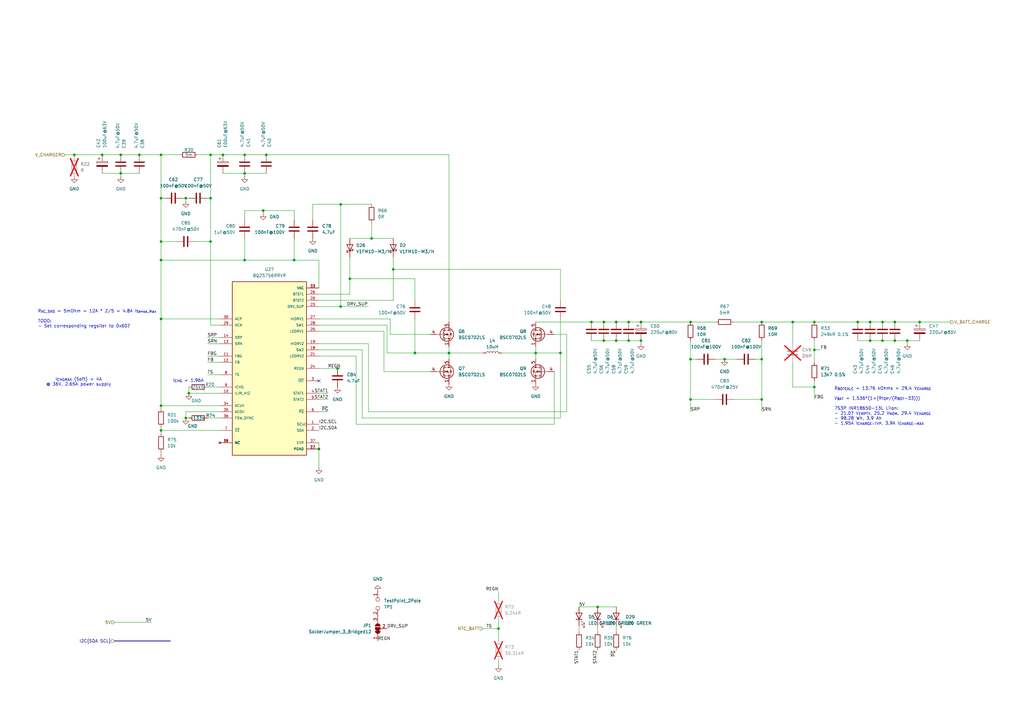
<source format=kicad_sch>
(kicad_sch (version 20250114) (generator "eeschema") (generator_version "9.0")
  (paper "A3")
  (title_block (title "OpenMower SABO Mainboard for Series I & II") (date "2025-02-26") (rev "v0.1") (company "Apeheanger <joerg@ebeling.ws> for OpenMower") (comment 1 "This design is licensed under CC BY-NC 4.0"))
  (lib_symbols
    (symbol "Connector:TestPoint_2Pole" (pin_names (offset 0.762) (hide yes))
      (property "Reference" "TP" (at 0 1.524 0))
      (property "Value" "TestPoint_2Pole" (at 0 -1.778 0))
      (symbol "TestPoint_2Pole_0_1"
        (circle (center -1.778 0) (radius 0.762))
        (circle (center 1.778 0) (radius 0.762))
        (pin passive line (at -5.08 0 0) (length 2.54) (name "1") (number "1"))
        (pin passive line (at 5.08 0 180) (length 2.54) (name "2") (number "2"))
      )
    )
    (symbol "Device:C" (pin_numbers (hide yes)) (pin_names (offset 0.254))
      (property "Reference" "C" (at 0.635 2.54 0))
      (property "Value" "C" (at 0.635 -2.54 0))
      (symbol "C_0_1"
        (polyline (pts (xy -2.032 0.762) (xy 2.032 0.762)) (stroke (width 0.508)))
        (polyline (pts (xy -2.032 -0.762) (xy 2.032 -0.762)) (stroke (width 0.508)))
      )
      (symbol "C_1_1"
        (pin passive line (at 0 3.81 270) (length 2.794) (name "~") (number "1"))
        (pin passive line (at 0 -3.81 90) (length 2.794) (name "~") (number "2"))
      )
    )
    (symbol "Device:C_Polarized" (pin_numbers (hide yes)) (pin_names (offset 0.254))
      (property "Reference" "C" (at 0.635 2.54 0))
      (property "Value" "C_Polarized" (at 0.635 -2.54 0))
      (symbol "C_Polarized_0_1"
        (rectangle (start -2.286 0.508) (end 2.286 1.016))
        (polyline (pts (xy -1.778 2.286) (xy -0.762 2.286)))
        (polyline (pts (xy -1.27 2.794) (xy -1.27 1.778)))
        (rectangle (start 2.286 -0.508) (end -2.286 -1.016) (fill (type outline)))
      )
      (symbol "C_Polarized_1_1"
        (pin passive line (at 0 3.81 270) (length 2.794) (name "~") (number "1"))
        (pin passive line (at 0 -3.81 90) (length 2.794) (name "~") (number "2"))
      )
    )
    (symbol "Device:D_Schottky" (pin_numbers (hide yes)) (pin_names (offset 1.016) (hide yes))
      (property "Reference" "D" (at 0 2.54 0))
      (property "Value" "D_Schottky" (at 0 -2.54 0))
      (symbol "D_Schottky_0_1"
        (polyline (pts (xy -1.905 0.635) (xy -1.905 1.27) (xy -1.27 1.27) (xy -1.27 -1.27) (xy -0.635 -1.27) (xy -0.635 -0.635)) (stroke (width 0.254)))
        (polyline (pts (xy 1.27 1.27) (xy 1.27 -1.27) (xy -1.27 0) (xy 1.27 1.27)) (stroke (width 0.254)))
        (polyline (pts (xy 1.27 0) (xy -1.27 0)))
      )
      (symbol "D_Schottky_1_1"
        (pin passive line (at -3.81 0 0) (length 2.54) (name "K") (number "1"))
        (pin passive line (at 3.81 0 180) (length 2.54) (name "A") (number "2"))
      )
    )
    (symbol "Device:L" (pin_numbers (hide yes)) (pin_names (offset 1.016) (hide yes))
      (property "Reference" "L" (at -1.27 0 90))
      (property "Value" "L" (at 1.905 0 90))
      (symbol "L_0_1"
        (arc (start 0 2.54) (mid 0.6323 1.905) (end 0 1.27))
        (arc (start 0 1.27) (mid 0.6323 0.635) (end 0 0))
        (arc (start 0 0) (mid 0.6323 -0.635) (end 0 -1.27))
        (arc (start 0 -1.27) (mid 0.6323 -1.905) (end 0 -2.54))
      )
      (symbol "L_1_1"
        (pin passive line (at 0 3.81 270) (length 1.27) (name "1") (number "1"))
        (pin passive line (at 0 -3.81 90) (length 1.27) (name "2") (number "2"))
      )
    )
    (symbol "Device:LED" (pin_numbers (hide yes)) (pin_names (offset 1.016) (hide yes))
      (property "Reference" "D" (at 0 2.54 0))
      (property "Value" "LED" (at 0 -2.54 0))
      (symbol "LED_0_1"
        (polyline (pts (xy -3.048 -0.762) (xy -4.572 -2.286) (xy -3.81 -2.286) (xy -4.572 -2.286) (xy -4.572 -1.524)))
        (polyline (pts (xy -1.778 -0.762) (xy -3.302 -2.286) (xy -2.54 -2.286) (xy -3.302 -2.286) (xy -3.302 -1.524)))
        (polyline (pts (xy -1.27 0) (xy 1.27 0)))
        (polyline (pts (xy -1.27 -1.27) (xy -1.27 1.27)) (stroke (width 0.254)))
        (polyline (pts (xy 1.27 -1.27) (xy 1.27 1.27) (xy -1.27 0) (xy 1.27 -1.27)) (stroke (width 0.254)))
      )
      (symbol "LED_1_1"
        (pin passive line (at -3.81 0 0) (length 2.54) (name "K") (number "1"))
        (pin passive line (at 3.81 0 180) (length 2.54) (name "A") (number "2"))
      )
    )
    (symbol "Device:R" (pin_numbers (hide yes)) (pin_names (offset 0))
      (property "Reference" "R" (at 2.032 0 90))
      (property "Value" "R" (at 0 0 90))
      (symbol "R_0_1"
        (rectangle (start -1.016 -2.54) (end 1.016 2.54) (stroke (width 0.254)))
      )
      (symbol "R_1_1"
        (pin passive line (at 0 3.81 270) (length 1.27) (name "~") (number "1"))
        (pin passive line (at 0 -3.81 90) (length 1.27) (name "~") (number "2"))
      )
    )
    (symbol "Jumper:SolderJumper_3_Bridged12" (pin_names (offset 0) (hide yes)) (exclude_from_sim yes) (in_bom no)
      (property "Reference" "JP" (at -2.54 -2.54 0))
      (property "Value" "SolderJumper_3_Bridged12" (at 0 2.794 0))
      (symbol "SolderJumper_3_Bridged12_0_1"
        (polyline (pts (xy -2.54 0) (xy -2.032 0)))
        (polyline (pts (xy -1.016 1.016) (xy -1.016 -1.016)))
        (rectangle (start -1.016 0.508) (end -0.508 -0.508) (fill (type outline)))
        (arc (start -1.016 -1.016) (mid -2.0276 0) (end -1.016 1.016))
        (arc (start -1.016 -1.016) (mid -2.0276 0) (end -1.016 1.016) (fill (type outline)))
        (rectangle (start -0.508 1.016) (end 0.508 -1.016) (fill (type outline)))
        (polyline (pts (xy 0 -1.27) (xy 0 -1.016)))
        (arc (start 1.016 1.016) (mid 2.0276 0) (end 1.016 -1.016))
        (arc (start 1.016 1.016) (mid 2.0276 0) (end 1.016 -1.016) (fill (type outline)))
        (polyline (pts (xy 1.016 1.016) (xy 1.016 -1.016)))
        (polyline (pts (xy 2.54 0) (xy 2.032 0)))
      )
      (symbol "SolderJumper_3_Bridged12_1_1"
        (pin passive line (at -5.08 0 0) (length 2.54) (name "A") (number "1"))
        (pin passive line (at 0 -3.81 90) (length 2.54) (name "C") (number "2"))
        (pin passive line (at 5.08 0 180) (length 2.54) (name "B") (number "3"))
      )
    )
    (symbol "LED_1" (pin_numbers (hide yes)) (pin_names (offset 1.016) (hide yes))
      (property "Reference" "D" (at 0 2.54 0))
      (property "Value" "LED" (at 0 -2.54 0))
      (symbol "LED_1_0_1"
        (polyline (pts (xy -3.048 -0.762) (xy -4.572 -2.286) (xy -3.81 -2.286) (xy -4.572 -2.286) (xy -4.572 -1.524)))
        (polyline (pts (xy -1.778 -0.762) (xy -3.302 -2.286) (xy -2.54 -2.286) (xy -3.302 -2.286) (xy -3.302 -1.524)))
        (polyline (pts (xy -1.27 0) (xy 1.27 0)))
        (polyline (pts (xy -1.27 -1.27) (xy -1.27 1.27)) (stroke (width 0.254)))
        (polyline (pts (xy 1.27 -1.27) (xy 1.27 1.27) (xy -1.27 0) (xy 1.27 -1.27)) (stroke (width 0.254)))
      )
      (symbol "LED_1_1_1"
        (pin passive line (at -3.81 0 0) (length 2.54) (name "K") (number "1"))
        (pin passive line (at 3.81 0 180) (length 2.54) (name "A") (number "2"))
      )
    )
    (symbol "Transistor_FET:BSC070N10NS3G" (pin_names (hide yes))
      (property "Reference" "Q" (at 5.08 1.905 0))
      (property "Value" "BSC070N10NS3G" (at 5.08 0 0))
      (symbol "BSC070N10NS3G_0_1"
        (polyline (pts (xy 0.254 1.905) (xy 0.254 -1.905)) (stroke (width 0.254)))
        (polyline (pts (xy 0.254 0) (xy -2.54 0)))
        (polyline (pts (xy 0.762 2.286) (xy 0.762 1.27)) (stroke (width 0.254)))
        (polyline (pts (xy 0.762 0.508) (xy 0.762 -0.508)) (stroke (width 0.254)))
        (polyline (pts (xy 0.762 -1.27) (xy 0.762 -2.286)) (stroke (width 0.254)))
        (polyline (pts (xy 0.762 -1.778) (xy 3.302 -1.778) (xy 3.302 1.778) (xy 0.762 1.778)))
        (polyline (pts (xy 1.016 0) (xy 2.032 0.381) (xy 2.032 -0.381) (xy 1.016 0)) (fill (type outline)))
        (circle (center 1.651 0) (radius 2.794) (stroke (width 0.254)))
        (polyline (pts (xy 2.54 2.54) (xy 2.54 1.778)))
        (circle (center 2.54 1.778) (radius 0.254) (fill (type outline)))
        (circle (center 2.54 -1.778) (radius 0.254) (fill (type outline)))
        (polyline (pts (xy 2.54 -2.54) (xy 2.54 0) (xy 0.762 0)))
        (polyline (pts (xy 2.794 0.508) (xy 2.921 0.381) (xy 3.683 0.381) (xy 3.81 0.254)))
        (polyline (pts (xy 3.302 0.381) (xy 2.921 -0.254) (xy 3.683 -0.254) (xy 3.302 0.381)))
      )
      (symbol "BSC070N10NS3G_1_1"
        (pin passive line (at -5.08 0 0) (length 2.54) (name "G") (number "4"))
        (pin passive line (at 2.54 5.08 270) (length 2.54) (name "D") (number "5"))
        (pin passive line (at 2.54 -5.08 90) (length 2.54) (name "S") (number "1"))
        (pin passive line (at 2.54 -5.08 90) (length 2.54) (hide yes) (name "S") (number "2"))
        (pin passive line (at 2.54 -5.08 90) (length 2.54) (hide yes) (name "S") (number "3"))
      )
    )
    (symbol "local_CHARGER:BQ25756RRVR" (pin_names (offset 1.016))
      (property "Reference" "U" (at -15.24 36.322 0))
      (property "Value" "BQ25756RRVR" (at -15.24 -38.1 0))
      (symbol "BQ25756RRVR_0_0"
        (rectangle (start -15.24 -35.56) (end 15.24 35.56) (stroke (width 0.254)) (fill (type background)))
        (pin input line (at -20.32 20.32 0) (length 5.08) (name "ACP") (number "30"))
        (pin input line (at -20.32 17.78 0) (length 5.08) (name "ACN") (number "29"))
        (pin input line (at -20.32 12.7 0) (length 5.08) (name "SRP") (number "14"))
        (pin input line (at -20.32 10.16 0) (length 5.08) (name "SRN") (number "13"))
        (pin input line (at -20.32 5.08 0) (length 5.08) (name "FBG") (number "11"))
        (pin input line (at -20.32 2.54 0) (length 5.08) (name "FB") (number "12"))
        (pin input line (at -20.32 -2.54 0) (length 5.08) (name "TS") (number "8"))
        (pin input line (at -20.32 -7.62 0) (length 5.08) (name "ICHG") (number "9"))
        (pin input line (at -20.32 -10.16 0) (length 5.08) (name "ILIM_HIZ") (number "10"))
        (pin input line (at -20.32 -15.24 0) (length 5.08) (name "ACUV") (number "34"))
        (pin input line (at -20.32 -17.78 0) (length 5.08) (name "ACOV") (number "35"))
        (pin input line (at -20.32 -20.32 0) (length 5.08) (name "FSW_SYNC") (number "36"))
        (pin bidirectional line (at -20.32 -25.4 0) (length 5.08) (name "~{CE}") (number "7"))
        (pin no_connect line (at -20.32 -30.48 0) (length 5.08) (name "NC") (number "15"))
        (pin no_connect line (at -20.32 -30.48 0) (length 5.08) (name "NC") (number "16"))
        (pin no_connect line (at -20.32 -30.48 0) (length 5.08) (name "NC") (number "31"))
        (pin power_in line (at 20.32 33.02 180) (length 5.08) (name "VAC") (number "32"))
        (pin power_in line (at 20.32 33.02 180) (length 5.08) (name "VAC") (number "33"))
        (pin power_in line (at 20.32 30.48 180) (length 5.08) (name "BTST1") (number "26"))
        (pin power_in line (at 20.32 27.94 180) (length 5.08) (name "BTST2") (number "20"))
        (pin power_in line (at 20.32 25.4 180) (length 5.08) (name "DRV_SUP") (number "23"))
        (pin output line (at 20.32 20.32 180) (length 5.08) (name "HIDRV1") (number "27"))
        (pin output line (at 20.32 17.78 180) (length 5.08) (name "SW1") (number "28"))
        (pin output line (at 20.32 15.24 180) (length 5.08) (name "LODRV1") (number "25"))
        (pin output line (at 20.32 10.16 180) (length 5.08) (name "HIDRV2") (number "19"))
        (pin output line (at 20.32 7.62 180) (length 5.08) (name "SW2") (number "18"))
        (pin output line (at 20.32 5.08 180) (length 5.08) (name "LODRV2") (number "21"))
        (pin output line (at 20.32 0 180) (length 5.08) (name "REGN") (number "24"))
        (pin output line (at 20.32 -5.08 180) (length 5.08) (name "~{INT}") (number "3"))
        (pin output line (at 20.32 -10.16 180) (length 5.08) (name "STAT1") (number "4"))
        (pin output line (at 20.32 -12.7 180) (length 5.08) (name "STAT2") (number "5"))
        (pin output line (at 20.32 -17.78 180) (length 5.08) (name "~{PG}") (number "6"))
        (pin input clock (at 20.32 -22.86 180) (length 5.08) (name "SCL") (number "1"))
        (pin bidirectional line (at 20.32 -25.4 180) (length 5.08) (name "SDA") (number "2"))
        (pin power_in line (at 20.32 -30.48 180) (length 5.08) (name "EXP") (number "37"))
        (pin power_in line (at 20.32 -33.02 180) (length 5.08) (name "PGND") (number "17"))
        (pin power_in line (at 20.32 -33.02 180) (length 5.08) (name "PGND") (number "22"))
      )
    )
    (symbol "power:GND" (power) (pin_numbers (hide yes)) (pin_names (offset 0) (hide yes))
      (property "Value" "GND" (at 0 -3.81 0))
      (symbol "GND_0_1"
        (polyline (pts (xy 0 0) (xy 0 -1.27) (xy 1.27 -1.27) (xy 0 -2.54) (xy -1.27 -1.27) (xy 0 -1.27)))
      )
      (symbol "GND_1_1"
        (pin power_in line (at 0 0 270) (length 0) (name "~") (number "1"))
      )
    )
  )
  (text "I_{CHG}_{MAX} (Soft) = 4A\n@ 36V, 2.65A power supply" (at 32.258 156.718 0) (effects (font (size 1.27 1.27))))
  (text "I_{CHG} = 1.96A" (at 77.216 156.21 0) (effects (font (size 1.27 1.27))))
  (text "R_{BOTCALC} = 13.76 kOhms = 29.4 V_{CHARGE}\n\nV_{BAT} = 1,536*(1+(R_{TOP}/(R_{BOT}-33)))\n\n7S3P INR18650-13L LiIon:\n- 21.0? V_{EMPTY}, 25.2 V_{NOM}, 29.4 V_{CHARGE}\n- 98.28 Wh, 3.9 Ah\n- 1.95A I_{CHARGE-TYP}, 3.9A I_{CHARGE-MAX}" (at 342.138 166.624 0) (effects (font (size 1.27 1.27)) (justify left)))
  (text "R_{AC_SNS} = 5mOhm = 12A * 2/5 = 4.8A I_{Sense_Max}\n\nTODO:\n- Set corresponding regsiter to 0x60?" (at 15.494 130.81 0) (effects (font (size 1.27 1.27)) (justify left)))
  (junction (at 257.81 139.7))
  (junction (at 356.87 132.08))
  (junction (at 77.47 161.29))
  (junction (at 109.22 63.5))
  (junction (at 86.36 63.5))
  (junction (at 247.65 132.08))
  (junction (at 100.33 63.5))
  (junction (at 361.95 132.08))
  (junction (at 283.21 132.08))
  (junction (at 152.4 97.79))
  (junction (at 49.53 71.12))
  (junction (at 247.65 139.7))
  (junction (at 107.95 86.36))
  (junction (at 161.29 110.49))
  (junction (at 138.43 151.13))
  (junction (at 204.47 257.81))
  (junction (at 139.7 125.73))
  (junction (at 297.18 147.32))
  (junction (at 351.79 132.08))
  (junction (at 120.65 106.68))
  (junction (at 361.95 139.7))
  (junction (at 66.04 130.81))
  (junction (at 49.53 63.5))
  (junction (at 66.04 106.68))
  (junction (at 86.36 99.06))
  (junction (at 252.73 132.08))
  (junction (at 257.81 132.08))
  (junction (at 334.01 143.51))
  (junction (at 245.11 248.92))
  (junction (at 91.44 63.5))
  (junction (at 130.81 184.15))
  (junction (at 367.03 132.08))
  (junction (at 100.33 71.12))
  (junction (at 334.01 132.08))
  (junction (at 30.48 63.5))
  (junction (at 312.42 147.32))
  (junction (at 143.51 114.3))
  (junction (at 41.91 63.5))
  (junction (at 76.2 81.28))
  (junction (at 252.73 139.7))
  (junction (at 372.11 139.7))
  (junction (at 66.04 63.5))
  (junction (at 170.18 144.78))
  (junction (at 356.87 139.7))
  (junction (at 377.19 132.08))
  (junction (at 229.87 144.78))
  (junction (at 312.42 163.83))
  (junction (at 66.04 81.28))
  (junction (at 184.15 144.78))
  (junction (at 334.01 158.75))
  (junction (at 312.42 132.08))
  (junction (at 219.71 144.78))
  (junction (at 262.89 139.7))
  (junction (at 100.33 106.68))
  (junction (at 325.12 132.08))
  (junction (at 76.2 171.45))
  (junction (at 139.7 83.82))
  (junction (at 66.04 166.37))
  (junction (at 57.15 63.5))
  (junction (at 283.21 163.83))
  (junction (at 242.57 132.08))
  (junction (at 262.89 132.08))
  (junction (at 86.36 81.28))
  (junction (at 66.04 176.53))
  (junction (at 66.04 99.06))
  (junction (at 283.21 147.32))
  (junction (at 367.03 139.7))
  (no_connect (at 130.81 156.21))
  (wire (pts (xy 334.01 143.51) (xy 334.01 148.59)))
  (wire (pts (xy 242.57 132.08) (xy 247.65 132.08)))
  (wire (pts (xy 312.42 147.32) (xy 312.42 139.7)))
  (wire (pts (xy 91.44 63.5) (xy 100.33 63.5)))
  (wire (pts (xy 30.48 63.5) (xy 30.48 64.77)))
  (wire (pts (xy 232.41 168.91) (xy 232.41 137.16)))
  (wire (pts (xy 130.81 168.91) (xy 134.62 168.91)))
  (wire (pts (xy 143.51 97.79) (xy 152.4 97.79)))
  (wire (pts (xy 229.87 171.45) (xy 229.87 144.78)))
  (wire (pts (xy 130.81 106.68) (xy 130.81 118.11)))
  (wire (pts (xy 107.95 86.36) (xy 120.65 86.36)))
  (wire (pts (xy 356.87 139.7) (xy 361.95 139.7)))
  (wire (pts (xy 66.04 81.28) (xy 66.04 99.06)))
  (wire (pts (xy 66.04 99.06) (xy 72.39 99.06)))
  (wire (pts (xy 300.99 163.83) (xy 312.42 163.83)))
  (wire (pts (xy 227.33 152.4) (xy 227.33 173.99)))
  (wire (pts (xy 252.73 132.08) (xy 257.81 132.08)))
  (wire (pts (xy 146.05 146.05) (xy 130.81 146.05)))
  (wire (pts (xy 204.47 257.81) (xy 204.47 262.89)))
  (wire (pts (xy 229.87 144.78) (xy 219.71 144.78)))
  (wire (pts (xy 100.33 72.39) (xy 100.33 71.12)))
  (wire (pts (xy 66.04 176.53) (xy 90.17 176.53)))
  (wire (pts (xy 325.12 132.08) (xy 325.12 140.97)))
  (wire (pts (xy 107.95 86.36) (xy 107.95 87.63)))
  (wire (pts (xy 85.09 153.67) (xy 90.17 153.67)))
  (wire (pts (xy 66.04 63.5) (xy 73.66 63.5)))
  (wire (pts (xy 80.01 99.06) (xy 86.36 99.06)))
  (wire (pts (xy 26.67 63.5) (xy 30.48 63.5)))
  (wire (pts (xy 372.11 139.7) (xy 377.19 139.7)))
  (wire (pts (xy 49.53 71.12) (xy 57.15 71.12)))
  (wire (pts (xy 76.2 168.91) (xy 76.2 171.45)))
  (wire (pts (xy 130.81 130.81) (xy 160.02 130.81)))
  (bus (pts (xy 46.99 262.89) (xy 69.85 262.89)))
  (wire (pts (xy 100.33 86.36) (xy 107.95 86.36)))
  (wire (pts (xy 229.87 123.19) (xy 229.87 110.49)))
  (wire (pts (xy 184.15 144.78) (xy 184.15 147.32)))
  (wire (pts (xy 237.49 256.54) (xy 237.49 259.08)))
  (wire (pts (xy 293.37 163.83) (xy 283.21 163.83)))
  (wire (pts (xy 170.18 114.3) (xy 143.51 114.3)))
  (wire (pts (xy 157.48 135.89) (xy 157.48 152.4)))
  (wire (pts (xy 205.74 144.78) (xy 219.71 144.78)))
  (wire (pts (xy 204.47 242.57) (xy 204.47 246.38)))
  (wire (pts (xy 334.01 156.21) (xy 334.01 158.75)))
  (wire (pts (xy 170.18 144.78) (xy 184.15 144.78)))
  (wire (pts (xy 283.21 163.83) (xy 283.21 147.32)))
  (wire (pts (xy 130.81 133.35) (xy 158.75 133.35)))
  (wire (pts (xy 130.81 163.83) (xy 134.62 163.83)))
  (wire (pts (xy 336.55 143.51) (xy 334.01 143.51)))
  (wire (pts (xy 157.48 152.4) (xy 176.53 152.4)))
  (wire (pts (xy 229.87 110.49) (xy 161.29 110.49)))
  (wire (pts (xy 85.09 140.97) (xy 90.17 140.97)))
  (wire (pts (xy 130.81 161.29) (xy 134.62 161.29)))
  (wire (pts (xy 334.01 139.7) (xy 334.01 143.51)))
  (wire (pts (xy 86.36 133.35) (xy 86.36 99.06)))
  (wire (pts (xy 198.12 257.81) (xy 204.47 257.81)))
  (wire (pts (xy 74.93 81.28) (xy 76.2 81.28)))
  (wire (pts (xy 91.44 71.12) (xy 100.33 71.12)))
  (wire (pts (xy 300.99 132.08) (xy 312.42 132.08)))
  (wire (pts (xy 351.79 139.7) (xy 356.87 139.7)))
  (wire (pts (xy 86.36 63.5) (xy 91.44 63.5)))
  (wire (pts (xy 100.33 106.68) (xy 120.65 106.68)))
  (wire (pts (xy 66.04 106.68) (xy 66.04 130.81)))
  (wire (pts (xy 158.75 133.35) (xy 158.75 144.78)))
  (wire (pts (xy 204.47 273.05) (xy 204.47 270.51)))
  (wire (pts (xy 158.75 144.78) (xy 170.18 144.78)))
  (wire (pts (xy 76.2 171.45) (xy 77.47 171.45)))
  (wire (pts (xy 62.23 255.27) (xy 46.99 255.27)))
  (wire (pts (xy 86.36 99.06) (xy 86.36 81.28)))
  (wire (pts (xy 128.27 83.82) (xy 139.7 83.82)))
  (wire (pts (xy 245.11 256.54) (xy 245.11 259.08)))
  (wire (pts (xy 367.03 132.08) (xy 377.19 132.08)))
  (wire (pts (xy 100.33 63.5) (xy 109.22 63.5)))
  (wire (pts (xy 66.04 81.28) (xy 67.31 81.28)))
  (wire (pts (xy 100.33 97.79) (xy 100.33 106.68)))
  (wire (pts (xy 139.7 125.73) (xy 151.13 125.73)))
  (wire (pts (xy 130.81 143.51) (xy 148.59 143.51)))
  (wire (pts (xy 219.71 132.08) (xy 242.57 132.08)))
  (wire (pts (xy 66.04 99.06) (xy 66.04 106.68)))
  (wire (pts (xy 120.65 86.36) (xy 120.65 90.17)))
  (wire (pts (xy 130.81 184.15) (xy 130.81 191.77)))
  (wire (pts (xy 152.4 91.44) (xy 152.4 97.79)))
  (wire (pts (xy 143.51 120.65) (xy 130.81 120.65)))
  (wire (pts (xy 257.81 139.7) (xy 262.89 139.7)))
  (wire (pts (xy 128.27 90.17) (xy 128.27 83.82)))
  (wire (pts (xy 66.04 63.5) (xy 66.04 81.28)))
  (wire (pts (xy 237.49 248.92) (xy 245.11 248.92)))
  (wire (pts (xy 90.17 133.35) (xy 86.36 133.35)))
  (wire (pts (xy 139.7 125.73) (xy 139.7 83.82)))
  (wire (pts (xy 143.51 114.3) (xy 143.51 120.65)))
  (wire (pts (xy 227.33 173.99) (xy 146.05 173.99)))
  (wire (pts (xy 143.51 105.41) (xy 143.51 114.3)))
  (wire (pts (xy 66.04 167.64) (xy 66.04 166.37)))
  (wire (pts (xy 252.73 139.7) (xy 257.81 139.7)))
  (wire (pts (xy 85.09 146.05) (xy 90.17 146.05)))
  (wire (pts (xy 247.65 139.7) (xy 252.73 139.7)))
  (wire (pts (xy 85.09 81.28) (xy 86.36 81.28)))
  (wire (pts (xy 283.21 132.08) (xy 293.37 132.08)))
  (wire (pts (xy 66.04 130.81) (xy 90.17 130.81)))
  (wire (pts (xy 257.81 132.08) (xy 262.89 132.08)))
  (wire (pts (xy 312.42 132.08) (xy 325.12 132.08)))
  (wire (pts (xy 325.12 132.08) (xy 334.01 132.08)))
  (wire (pts (xy 252.73 256.54) (xy 252.73 259.08)))
  (wire (pts (xy 312.42 163.83) (xy 312.42 168.91)))
  (wire (pts (xy 77.47 161.29) (xy 90.17 161.29)))
  (wire (pts (xy 100.33 71.12) (xy 109.22 71.12)))
  (wire (pts (xy 361.95 139.7) (xy 367.03 139.7)))
  (wire (pts (xy 219.71 142.24) (xy 219.71 144.78)))
  (wire (pts (xy 109.22 63.5) (xy 184.15 63.5)))
  (wire (pts (xy 160.02 137.16) (xy 176.53 137.16)))
  (wire (pts (xy 262.89 139.7) (xy 262.89 140.97)))
  (wire (pts (xy 120.65 106.68) (xy 120.65 97.79)))
  (wire (pts (xy 219.71 144.78) (xy 219.71 147.32)))
  (wire (pts (xy 130.81 106.68) (xy 120.65 106.68)))
  (wire (pts (xy 309.88 147.32) (xy 312.42 147.32)))
  (wire (pts (xy 30.48 63.5) (xy 41.91 63.5)))
  (wire (pts (xy 325.12 158.75) (xy 334.01 158.75)))
  (wire (pts (xy 138.43 151.13) (xy 139.7 151.13)))
  (wire (pts (xy 377.19 132.08) (xy 389.89 132.08)))
  (wire (pts (xy 170.18 130.81) (xy 170.18 144.78)))
  (wire (pts (xy 49.53 63.5) (xy 57.15 63.5)))
  (wire (pts (xy 161.29 110.49) (xy 161.29 105.41)))
  (wire (pts (xy 76.2 81.28) (xy 76.2 82.55)))
  (wire (pts (xy 41.91 71.12) (xy 49.53 71.12)))
  (wire (pts (xy 184.15 132.08) (xy 184.15 63.5)))
  (wire (pts (xy 86.36 81.28) (xy 86.36 63.5)))
  (wire (pts (xy 325.12 148.59) (xy 325.12 158.75)))
  (wire (pts (xy 356.87 132.08) (xy 361.95 132.08)))
  (wire (pts (xy 130.81 181.61) (xy 130.81 184.15)))
  (wire (pts (xy 57.15 63.5) (xy 66.04 63.5)))
  (wire (pts (xy 130.81 140.97) (xy 151.13 140.97)))
  (wire (pts (xy 170.18 123.19) (xy 170.18 114.3)))
  (wire (pts (xy 151.13 140.97) (xy 151.13 168.91)))
  (wire (pts (xy 247.65 132.08) (xy 252.73 132.08)))
  (wire (pts (xy 130.81 123.19) (xy 161.29 123.19)))
  (wire (pts (xy 66.04 175.26) (xy 66.04 176.53)))
  (wire (pts (xy 245.11 248.92) (xy 252.73 248.92)))
  (wire (pts (xy 184.15 144.78) (xy 198.12 144.78)))
  (wire (pts (xy 184.15 142.24) (xy 184.15 144.78)))
  (wire (pts (xy 66.04 166.37) (xy 90.17 166.37)))
  (wire (pts (xy 160.02 130.81) (xy 160.02 137.16)))
  (wire (pts (xy 367.03 139.7) (xy 372.11 139.7)))
  (wire (pts (xy 130.81 125.73) (xy 139.7 125.73)))
  (wire (pts (xy 361.95 132.08) (xy 367.03 132.08)))
  (wire (pts (xy 90.17 168.91) (xy 76.2 168.91)))
  (wire (pts (xy 66.04 106.68) (xy 100.33 106.68)))
  (wire (pts (xy 66.04 130.81) (xy 66.04 166.37)))
  (wire (pts (xy 242.57 139.7) (xy 247.65 139.7)))
  (wire (pts (xy 85.09 171.45) (xy 90.17 171.45)))
  (wire (pts (xy 161.29 123.19) (xy 161.29 110.49)))
  (wire (pts (xy 130.81 135.89) (xy 157.48 135.89)))
  (wire (pts (xy 204.47 254) (xy 204.47 257.81)))
  (wire (pts (xy 148.59 143.51) (xy 148.59 171.45)))
  (wire (pts (xy 152.4 97.79) (xy 161.29 97.79)))
  (wire (pts (xy 148.59 171.45) (xy 229.87 171.45)))
  (wire (pts (xy 151.13 168.91) (xy 232.41 168.91)))
  (wire (pts (xy 66.04 176.53) (xy 66.04 177.8)))
  (wire (pts (xy 334.01 132.08) (xy 351.79 132.08)))
  (wire (pts (xy 41.91 63.5) (xy 49.53 63.5)))
  (wire (pts (xy 85.09 158.75) (xy 90.17 158.75)))
  (wire (pts (xy 297.18 147.32) (xy 293.37 147.32)))
  (wire (pts (xy 85.09 138.43) (xy 90.17 138.43)))
  (wire (pts (xy 85.09 148.59) (xy 90.17 148.59)))
  (wire (pts (xy 130.81 151.13) (xy 138.43 151.13)))
  (wire (pts (xy 312.42 163.83) (xy 312.42 147.32)))
  (wire (pts (xy 334.01 158.75) (xy 334.01 163.83)))
  (wire (pts (xy 232.41 137.16) (xy 227.33 137.16)))
  (wire (pts (xy 372.11 139.7) (xy 372.11 140.97)))
  (wire (pts (xy 77.47 161.29) (xy 77.47 158.75)))
  (wire (pts (xy 139.7 83.82) (xy 152.4 83.82)))
  (wire (pts (xy 146.05 173.99) (xy 146.05 146.05)))
  (wire (pts (xy 76.2 81.28) (xy 77.47 81.28)))
  (wire (pts (xy 66.04 185.42) (xy 66.04 186.69)))
  (wire (pts (xy 262.89 132.08) (xy 283.21 132.08)))
  (wire (pts (xy 81.28 63.5) (xy 86.36 63.5)))
  (wire (pts (xy 285.75 147.32) (xy 283.21 147.32)))
  (wire (pts (xy 229.87 130.81) (xy 229.87 144.78)))
  (wire (pts (xy 100.33 90.17) (xy 100.33 86.36)))
  (wire (pts (xy 302.26 147.32) (xy 297.18 147.32)))
  (wire (pts (xy 351.79 132.08) (xy 356.87 132.08)))
  (wire (pts (xy 283.21 163.83) (xy 283.21 168.91)))
  (wire (pts (xy 49.53 71.12) (xy 49.53 72.39)))
  (wire (pts (xy 283.21 147.32) (xy 283.21 139.7)))
  (label "TS" (at 85.09 153.67 0))
  (label "REGN" (at 154.94 262.89 0))
  (label "SRP" (at 85.09 138.43 0))
  (label "STAT1" (at 134.62 161.29 180))
  (label "5V" (at 62.23 255.27 180))
  (label "REGN" (at 139.7 151.13 180))
  (label "FB" (at 85.09 148.59 0))
  (label "SRP" (at 283.21 168.91 0))
  (label "DRV_SUP" (at 142.24 125.73 0))
  (label "TS" (at 199.39 257.81 0))
  (label "5V" (at 237.49 248.92 0))
  (label "I2C.SDA" (at 130.81 176.53 0))
  (label "SRN" (at 85.09 140.97 0))
  (label "STAT2" (at 134.62 163.83 180))
  (label "~{PG}" (at 252.73 266.7 270))
  (label "STAT2" (at 245.11 266.7 270))
  (label "~{PG}" (at 134.62 168.91 180))
  (label "FB" (at 336.55 143.51 0))
  (label "STAT1" (at 237.49 266.7 270))
  (label "I2C.SCL" (at 130.81 173.99 0))
  (label "DRV_SUP" (at 158.75 257.81 0))
  (label "FBG" (at 334.01 163.83 0))
  (label "REGN" (at 204.47 242.57 180))
  (label "FBG" (at 85.09 146.05 0))
  (label "SRN" (at 312.42 168.91 0))
  (hierarchical_label "5V" (shape input) (at 46.99 255.27 180))
  (hierarchical_label "V_BATT_CHARGE" (shape output) (at 389.89 132.08 0))
  (hierarchical_label "NTC_BATT" (shape input) (at 198.12 257.81 180))
  (hierarchical_label "I2C{SDA SCL}" (shape input) (at 46.99 262.89 180))
  (hierarchical_label "V_CHARGER" (shape input) (at 26.67 63.5 180))
  (symbol (lib_id "local_CHARGER:BQ25756RRVR") (at 110.49 151.13 0) (unit 1)
    (property "Reference" "U27" (at 110.49 110.49 0))
    (property "Value" "BQ25756RRVR" (at 110.49 113.03 0))
    (property "Footprint" "local_CHARGER:BQ25756RRVR" (effects (hide yes)))
    (property "Datasheet" "https://www.ti.com/lit/ds/symlink/bq25756.pdf" (effects (hide yes)))
    (property "MF" "Texas Instruments" (effects (hide yes)))
    (property "MP" "BQ25756RRVR" (effects (hide yes)))
    (property "JLC" "C19272232" (effects (hide yes)))
    (property "FT Rotation Offset" "-90" (effects (hide yes)))
  )
  (symbol (lib_id "Device:C") (at 289.56 147.32 270) (mirror x) (unit 1)
    (property "Reference" "C81" (at 289.56 139.7 90))
    (property "Value" "100nF@100V" (at 289.56 142.24 90))
    (property "Footprint" "Capacitor_SMD:C_0805_2012Metric" (effects (hide yes)))
    (property "Description" "Unpolarized capacitor" (effects (hide yes)))
    (property "JLC" "C28233" (effects (hide yes)))
  )
  (symbol (lib_id "Device:C") (at 297.18 163.83 90) (unit 1)
    (property "Reference" "C83" (at 297.18 156.21 90))
    (property "Value" "470nF@25V" (at 297.18 158.75 90))
    (property "Footprint" "Capacitor_SMD:C_0603_1608Metric" (effects (hide yes)))
    (property "Description" "Unpolarized capacitor" (effects (hide yes)))
    (property "JLC" "C1623" (effects (hide yes)))
  )
  (symbol (lib_id "Device:C") (at 356.87 135.89 0) (unit 1)
    (property "Reference" "C44" (at 355.854 153.416 90) (effects (justify left)))
    (property "Value" "4.7uF@50V" (at 358.394 153.416 90) (effects (justify left)))
    (property "Footprint" "Capacitor_SMD:C_1206_3216Metric" (effects (hide yes)))
    (property "Description" "Unpolarized capacitor" (effects (hide yes)))
    (property "JLC" "C29823" (effects (hide yes)))
  )
  (symbol (lib_id "Device:C") (at 306.07 147.32 270) (mirror x) (unit 1)
    (property "Reference" "C82" (at 306.07 139.7 90))
    (property "Value" "100nF@100V" (at 306.07 142.24 90))
    (property "Footprint" "Capacitor_SMD:C_0805_2012Metric" (effects (hide yes)))
    (property "Description" "Unpolarized capacitor" (effects (hide yes)))
    (property "JLC" "C28233" (effects (hide yes)))
  )
  (symbol (lib_id "Device:LED") (at 245.11 252.73 90) (unit 1)
    (property "Reference" "D6" (at 248.92 253.0474 90) (effects (justify right)))
    (property "Value" "LED GREEN" (at 248.92 255.5874 90) (effects (justify right)))
    (property "Footprint" "LED_SMD:LED_0805_2012Metric" (effects (hide yes)))
    (property "Description" "Light emitting diode" (effects (hide yes)))
    (property "JLC" "C2297" (effects (hide yes)))
    (property "Sim.Pins" "1=K 2=A" (effects (hide yes)))
  )
  (symbol (lib_name "LED_1") (lib_id "Device:LED") (at 252.73 252.73 90) (unit 1)
    (property "Reference" "D29" (at 256.54 253.0474 90) (effects (justify right)))
    (property "Value" "LED GREEN" (at 256.54 255.5874 90) (effects (justify right)))
    (property "Footprint" "LED_SMD:LED_0805_2012Metric" (effects (hide yes)))
    (property "Description" "Light emitting diode" (effects (hide yes)))
    (property "JLC" "C2297" (effects (hide yes)))
    (property "Sim.Pins" "1=K 2=A" (effects (hide yes)))
  )
  (symbol (lib_id "Device:C_Polarized") (at 262.89 135.89 0) (unit 1)
    (property "Reference" "C50" (at 266.7 133.7309 0) (effects (justify left)))
    (property "Value" "220uF@80V" (at 266.7 136.2709 0) (effects (justify left)))
    (property "Footprint" "Capacitor_THT:CP_Radial_D10.0mm_P5.00mm" (effects (hide yes)))
    (property "Description" "Polarized capacitor" (effects (hide yes)))
    (property "JLC" "C106516" (effects (hide yes)))
  )
  (symbol (lib_id "Device:R") (at 334.01 152.4 0) (unit 1)
    (property "Reference" "R71" (at 336.55 151.1299 0) (effects (justify left)))
    (property "Value" "13k7 0.5%" (at 336.55 153.6699 0) (effects (justify left)))
    (property "Footprint" "Resistor_SMD:R_0603_1608Metric" (effects (hide yes)))
    (property "Description" "100mW Thick Film Resistors 75V ±100ppm/℃ ±0.5% 13.7kΩ 0603 Chip Resistor" (effects (hide yes)))
    (property "PN" "0603WAD1372T5E" (effects (hide yes)))
    (property "JLC" "C407628" (effects (hide yes)))
  )
  (symbol (lib_id "power:GND") (at 76.2 171.45 0) (unit 1)
    (property "Reference" "#PWR0166" (effects (hide yes)))
    (property "Value" "GND" (at 78.994 174.752 0))
    (property "Description" "Power symbol creates a global label with name \"GND\" , ground" (effects (hide yes)))
  )
  (symbol (lib_id "power:GND") (at 204.47 273.05 0) (unit 1)
    (property "Reference" "#PWR0165" (effects (hide yes)))
    (property "Value" "GND" (at 204.47 278.13 0))
    (property "Description" "Power symbol creates a global label with name \"GND\" , ground" (effects (hide yes)))
  )
  (symbol (lib_id "Device:R") (at 252.73 262.89 0) (unit 1)
    (property "Reference" "R76" (at 255.27 261.6199 0) (effects (justify left)))
    (property "Value" "10k" (at 255.27 264.1599 0) (effects (justify left)))
    (property "Footprint" "Resistor_SMD:R_0402_1005Metric" (effects (hide yes)))
    (property "Description" "62.5mW Thick Film Resistors 50V ±100ppm/℃ ±1% 10kΩ 0402 Chip Resistor" (effects (hide yes)))
    (property "JLC" "C25744" (effects (hide yes)))
  )
  (symbol (lib_id "Device:C") (at 71.12 81.28 270) (mirror x) (unit 1)
    (property "Reference" "C62" (at 71.12 73.66 90))
    (property "Value" "100nF@50V" (at 71.12 76.2 90))
    (property "Footprint" "Capacitor_SMD:C_0603_1608Metric" (effects (hide yes)))
    (property "Description" "Unpolarized capacitor" (effects (hide yes)))
    (property "JLC" "C14663" (effects (hide yes)))
  )
  (symbol (lib_id "power:GND") (at 66.04 186.69 0) (unit 1)
    (property "Reference" "#PWR0167" (effects (hide yes)))
    (property "Value" "GND" (at 66.04 191.77 0))
    (property "Description" "Power symbol creates a global label with name \"GND\" , ground" (effects (hide yes)))
  )
  (symbol (lib_id "Device:LED") (at 237.49 252.73 90) (unit 1)
    (property "Reference" "D5" (at 241.3 253.0474 90) (effects (justify right)))
    (property "Value" "LED GREEN" (at 241.3 255.5874 90) (effects (justify right)))
    (property "Footprint" "LED_SMD:LED_0805_2012Metric" (effects (hide yes)))
    (property "Description" "Light emitting diode" (effects (hide yes)))
    (property "JLC" "C2297" (effects (hide yes)))
    (property "Sim.Pins" "1=K 2=A" (effects (hide yes)))
  )
  (symbol (lib_id "power:GND") (at 100.33 72.39 0) (unit 1)
    (property "Reference" "#PWR01" (effects (hide yes)))
    (property "Value" "GND" (at 100.33 77.47 0))
    (property "Description" "Power symbol creates a global label with name \"GND\" , ground" (effects (hide yes)))
  )
  (symbol (lib_id "power:GND") (at 128.27 97.79 0) (unit 1)
    (property "Reference" "#PWR0158" (effects (hide yes)))
    (property "Value" "GND" (at 128.27 102.87 0))
    (property "Description" "Power symbol creates a global label with name \"GND\" , ground" (effects (hide yes)))
  )
  (symbol (lib_id "Device:R") (at 312.42 135.89 0) (unit 1)
    (property "Reference" "R69" (at 314.96 134.6199 0) (effects (justify left)))
    (property "Value" "10R" (at 314.96 137.1599 0) (effects (justify left)))
    (property "Footprint" "Resistor_SMD:R_0402_1005Metric" (effects (hide yes)))
    (property "Description" "Resistor" (effects (hide yes)))
    (property "JLC" "C25077" (effects (hide yes)))
  )
  (symbol (lib_id "Transistor_FET:BSC070N10NS3G") (at 181.61 152.4 0) (unit 1)
    (property "Reference" "Q7" (at 187.96 151.1299 0) (effects (justify left)))
    (property "Value" "BSC0702LS" (at 187.96 153.6699 0) (effects (justify left)))
    (property "Footprint" "Package_TO_SOT_SMD:TDSON-8-1" (effects (hide yes)))
    (property "JLC" "C501503" (effects (hide yes)))
  )
  (symbol (lib_id "power:GND") (at 77.47 161.29 0) (unit 1)
    (property "Reference" "#PWR053" (effects (hide yes)))
    (property "Value" "GND" (at 82.55 164.338 0) (effects (justify right)))
    (property "Description" "Power symbol creates a global label with name \"GND\" , ground" (effects (hide yes)))
  )
  (symbol (lib_id "Device:C") (at 229.87 127 0) (mirror x) (unit 1)
    (property "Reference" "C48" (at 226.06 125.7299 0) (effects (justify right)))
    (property "Value" "100nF@50V" (at 226.06 128.2699 0) (effects (justify right)))
    (property "Footprint" "Capacitor_SMD:C_0603_1608Metric" (effects (hide yes)))
    (property "Description" "Unpolarized capacitor" (effects (hide yes)))
    (property "JLC" "C14663" (effects (hide yes)))
  )
  (symbol (lib_id "power:GND") (at 30.48 72.39 0) (unit 1)
    (property "Reference" "#PWR052" (effects (hide yes)))
    (property "Value" "GND" (at 30.48 77.47 0))
    (property "Description" "Power symbol creates a global label with name \"GND\" , ground" (effects (hide yes)))
  )
  (symbol (lib_id "Device:C") (at 257.81 135.89 0) (unit 1)
    (property "Reference" "C59" (at 256.794 153.416 90) (effects (justify left)))
    (property "Value" "4.7uF@50V" (at 259.334 153.416 90) (effects (justify left)))
    (property "Footprint" "Capacitor_SMD:C_1206_3216Metric" (effects (hide yes)))
    (property "Description" "Unpolarized capacitor" (effects (hide yes)))
    (property "JLC" "C29823" (effects (hide yes)))
  )
  (symbol (lib_id "Device:C") (at 109.22 67.31 0) (unit 1)
    (property "Reference" "C40" (at 110.49 60.452 90) (effects (justify left)))
    (property "Value" "4.7uF@50V" (at 107.95 60.452 90) (effects (justify left)))
    (property "Footprint" "Capacitor_SMD:C_1206_3216Metric" (effects (hide yes)))
    (property "Description" "Unpolarized capacitor" (effects (hide yes)))
    (property "JLC" "C29823" (effects (hide yes)))
  )
  (symbol (lib_id "power:GND") (at 76.2 82.55 0) (unit 1)
    (property "Reference" "#PWR061" (effects (hide yes)))
    (property "Value" "GND" (at 76.2 87.63 0))
    (property "Description" "Power symbol creates a global label with name \"GND\" , ground" (effects (hide yes)))
  )
  (symbol (lib_id "Device:C_Polarized") (at 91.44 67.31 0) (unit 1)
    (property "Reference" "C61" (at 89.916 60.706 90) (effects (justify left)))
    (property "Value" "100uF@63V" (at 92.456 60.706 90) (effects (justify left)))
    (property "Footprint" "Capacitor_THT:CP_Radial_D8.0mm_P3.50mm" (effects (hide yes)))
    (property "Description" "100uF 63V ±20% Plugin,D8xL12mm Aluminum Electrolytic Capacitors" (effects (hide yes)))
    (property "JLC" "C7436417" (effects (hide yes)))
  )
  (symbol (lib_id "Transistor_FET:BSC070N10NS3G") (at 222.25 137.16 0) (mirror y) (unit 1)
    (property "Reference" "Q8" (at 215.9 135.8899 0) (effects (justify left)))
    (property "Value" "BSC0702LS" (at 215.9 138.4299 0) (effects (justify left)))
    (property "Footprint" "Package_TO_SOT_SMD:TDSON-8-1" (effects (hide yes)))
    (property "JLC" "C501503" (effects (hide yes)))
  )
  (symbol (lib_id "Device:C") (at 81.28 81.28 270) (mirror x) (unit 1)
    (property "Reference" "C77" (at 81.28 73.66 90))
    (property "Value" "100nF@50V" (at 81.28 76.2 90))
    (property "Footprint" "Capacitor_SMD:C_0603_1608Metric" (effects (hide yes)))
    (property "Description" "Unpolarized capacitor" (effects (hide yes)))
    (property "JLC" "C14663" (effects (hide yes)))
  )
  (symbol (lib_id "Device:R") (at 334.01 135.89 0) (unit 1)
    (property "Reference" "R33" (at 336.55 134.6199 0) (effects (justify left)))
    (property "Value" "249kR 0.1%" (at 336.55 137.1599 0) (effects (justify left)))
    (property "Footprint" "Resistor_SMD:R_0603_1608Metric" (effects (hide yes)))
    (property "Description" "100mW Thin Film Resistor 75V ±25ppm/℃ ±0.1% 249kΩ 0603 Chip Resistor" (effects (hide yes)))
    (property "JLC" "C705752" (effects (hide yes)))
  )
  (symbol (lib_id "Device:R") (at 204.47 266.7 0) (unit 1) (dnp yes)
    (property "Reference" "R73" (at 207.01 265.4299 0) (effects (justify left)))
    (property "Value" "30.31kR" (at 207.01 267.9699 0) (effects (justify left)))
    (property "Footprint" "Resistor_SMD:R_0603_1608Metric" (effects (hide yes)))
    (property "Description" "Resistor" (effects (hide yes)))
  )
  (symbol (lib_id "Device:C") (at 120.65 93.98 0) (mirror x) (unit 1)
    (property "Reference" "C79" (at 116.84 92.7099 0) (effects (justify right)))
    (property "Value" "100nF@100V" (at 116.84 95.2499 0) (effects (justify right)))
    (property "Footprint" "Capacitor_SMD:C_0805_2012Metric" (effects (hide yes)))
    (property "Description" "Unpolarized capacitor" (effects (hide yes)))
    (property "JLC" "C28233" (effects (hide yes)))
  )
  (symbol (lib_id "Device:C") (at 76.2 99.06 270) (mirror x) (unit 1)
    (property "Reference" "C85" (at 76.2 91.44 90))
    (property "Value" "470nF@50V" (at 76.2 93.98 90))
    (property "Footprint" "Capacitor_SMD:C_0805_2012Metric" (effects (hide yes)))
    (property "Description" "50V 470nF X7R ±10% 0805 Multilayer Ceramic Capacitors MLCC" (effects (hide yes)))
    (property "JLC" "C13967" (effects (hide yes)))
  )
  (symbol (lib_id "power:GND") (at 297.18 147.32 0) (unit 1)
    (property "Reference" "#PWR0160" (effects (hide yes)))
    (property "Value" "GND" (at 297.18 152.4 0))
    (property "Description" "Power symbol creates a global label with name \"GND\" , ground" (effects (hide yes)))
  )
  (symbol (lib_id "Device:C") (at 57.15 67.31 0) (unit 1)
    (property "Reference" "C38" (at 58.42 60.96 90) (effects (justify left)))
    (property "Value" "4.7uF@50V" (at 55.88 60.96 90) (effects (justify left)))
    (property "Footprint" "Capacitor_SMD:C_1206_3216Metric" (effects (hide yes)))
    (property "Description" "Unpolarized capacitor" (effects (hide yes)))
    (property "JLC" "C29823" (effects (hide yes)))
  )
  (symbol (lib_id "power:GND") (at 219.71 157.48 0) (unit 1)
    (property "Reference" "#PWR0157" (effects (hide yes)))
    (property "Value" "GND" (at 219.71 162.56 0))
    (property "Description" "Power symbol creates a global label with name \"GND\" , ground" (effects (hide yes)))
  )
  (symbol (lib_id "Device:R") (at 237.49 262.89 0) (unit 1)
    (property "Reference" "R34" (at 240.03 261.6199 0) (effects (justify left)))
    (property "Value" "10k" (at 240.03 264.1599 0) (effects (justify left)))
    (property "Footprint" "Resistor_SMD:R_0402_1005Metric" (effects (hide yes)))
    (property "Description" "62.5mW Thick Film Resistors 50V ±100ppm/℃ ±1% 10kΩ 0402 Chip Resistor" (effects (hide yes)))
    (property "JLC" "C25744" (effects (hide yes)))
  )
  (symbol (lib_id "power:GND") (at 130.81 191.77 0) (unit 1)
    (property "Reference" "#PWR0155" (effects (hide yes)))
    (property "Value" "GND" (at 130.81 196.85 0))
    (property "Description" "Power symbol creates a global label with name \"GND\" , ground" (effects (hide yes)))
  )
  (symbol (lib_id "power:GND") (at 49.53 72.39 0) (unit 1)
    (property "Reference" "#PWR024" (effects (hide yes)))
    (property "Value" "GND" (at 49.53 77.47 0))
    (property "Description" "Power symbol creates a global label with name \"GND\" , ground" (effects (hide yes)))
  )
  (symbol (lib_id "Device:D_Schottky") (at 143.51 101.6 90) (unit 1)
    (property "Reference" "D26" (at 146.05 100.6474 90) (effects (justify right)))
    (property "Value" "V1FM10-M3/H" (at 146.05 103.1874 90) (effects (justify right)))
    (property "Footprint" "Diode_SMD:D_SMF" (effects (hide yes)))
    (property "Description" "Schottky diode" (effects (hide yes)))
    (property "JLC" "C3758930" (effects (hide yes)))
  )
  (symbol (lib_id "Device:R") (at 81.28 171.45 90) (unit 1)
    (property "Reference" "R74" (at 86.36 170.434 90))
    (property "Value" "133k" (at 81.534 171.45 90))
    (property "Footprint" "Resistor_SMD:R_0603_1608Metric" (effects (hide yes)))
    (property "Description" "Resistor" (effects (hide yes)))
    (property "JLC" "C227577" (effects (hide yes)))
  )
  (symbol (lib_id "Device:R") (at 152.4 87.63 0) (unit 1)
    (property "Reference" "R66" (at 154.94 86.3599 0) (effects (justify left)))
    (property "Value" "0R" (at 154.94 88.8999 0) (effects (justify left)))
    (property "Footprint" "Resistor_SMD:R_0805_2012Metric" (effects (hide yes)))
    (property "Description" "Resistor" (effects (hide yes)))
    (property "JLC" "C17477" (effects (hide yes)))
  )
  (symbol (lib_id "Device:L") (at 201.93 144.78 90) (unit 1)
    (property "Reference" "L4" (at 201.93 139.7 90))
    (property "Value" "10uH" (at 201.93 142.24 90))
    (property "Footprint" "Inductor_SMD:L_Sunlord_MWSA1005S" (effects (hide yes)))
    (property "Description" "10uH ±20% 10A SMD,11.5x10mm Power Inductors" (effects (hide yes)))
    (property "JLC" "C17700185" (effects (hide yes)))
  )
  (symbol (lib_id "Device:C") (at 252.73 135.89 0) (unit 1)
    (property "Reference" "C58" (at 251.714 153.416 90) (effects (justify left)))
    (property "Value" "4.7uF@50V" (at 254.254 153.416 90) (effects (justify left)))
    (property "Footprint" "Capacitor_SMD:C_1206_3216Metric" (effects (hide yes)))
    (property "Description" "Unpolarized capacitor" (effects (hide yes)))
    (property "JLC" "C29823" (effects (hide yes)))
  )
  (symbol (lib_id "power:GND") (at 372.11 140.97 0) (unit 1)
    (property "Reference" "#PWR051" (effects (hide yes)))
    (property "Value" "GND" (at 372.11 146.05 0))
    (property "Description" "Power symbol creates a global label with name \"GND\" , ground" (effects (hide yes)))
  )
  (symbol (lib_id "Device:C") (at 138.43 154.94 0) (unit 1)
    (property "Reference" "C84" (at 142.24 153.6699 0) (effects (justify left)))
    (property "Value" "4.7uF" (at 142.24 156.2099 0) (effects (justify left)))
    (property "Footprint" "Capacitor_SMD:C_0805_2012Metric" (effects (hide yes)))
    (property "Description" "Unpolarized capacitor" (effects (hide yes)))
    (property "JLC" "C1779" (effects (hide yes)))
  )
  (symbol (lib_id "Device:R") (at 245.11 262.89 0) (unit 1)
    (property "Reference" "R35" (at 247.65 261.6199 0) (effects (justify left)))
    (property "Value" "10k" (at 247.65 264.1599 0) (effects (justify left)))
    (property "Footprint" "Resistor_SMD:R_0402_1005Metric" (effects (hide yes)))
    (property "Description" "62.5mW Thick Film Resistors 50V ±100ppm/℃ ±1% 10kΩ 0402 Chip Resistor" (effects (hide yes)))
    (property "JLC" "C25744" (effects (hide yes)))
  )
  (symbol (lib_id "Device:C") (at 351.79 135.89 0) (unit 1)
    (property "Reference" "C43" (at 350.774 153.416 90) (effects (justify left)))
    (property "Value" "4.7uF@50V" (at 353.314 153.416 90) (effects (justify left)))
    (property "Footprint" "Capacitor_SMD:C_1206_3216Metric" (effects (hide yes)))
    (property "Description" "Unpolarized capacitor" (effects (hide yes)))
    (property "JLC" "C29823" (effects (hide yes)))
  )
  (symbol (lib_id "Device:R") (at 297.18 132.08 270) (unit 1)
    (property "Reference" "R67" (at 297.18 125.73 90))
    (property "Value" "5mR" (at 297.18 128.27 90))
    (property "Footprint" "Resistor_SMD:R_2512_6332Metric" (effects (hide yes)))
    (property "Description" "Resistor" (effects (hide yes)))
    (property "JLC" "C309526" (effects (hide yes)))
  )
  (symbol (lib_id "power:GND") (at 154.94 242.57 180) (unit 1)
    (property "Reference" "#PWR0163" (effects (hide yes)))
    (property "Value" "GND" (at 154.94 237.49 0))
    (property "Description" "Power symbol creates a global label with name \"GND\" , ground" (effects (hide yes)))
  )
  (symbol (lib_id "power:GND") (at 262.89 140.97 0) (unit 1)
    (property "Reference" "#PWR071" (effects (hide yes)))
    (property "Value" "GND" (at 262.89 146.05 0))
    (property "Description" "Power symbol creates a global label with name \"GND\" , ground" (effects (hide yes)))
  )
  (symbol (lib_id "Device:R") (at 204.47 250.19 0) (unit 1) (dnp yes)
    (property "Reference" "R72" (at 207.01 248.9199 0) (effects (justify left)))
    (property "Value" "5.24kR" (at 207.01 251.4599 0) (effects (justify left)))
    (property "Footprint" "Resistor_SMD:R_0603_1608Metric" (effects (hide yes)))
    (property "Description" "Resistor" (effects (hide yes)))
  )
  (symbol (lib_id "Device:C") (at 100.33 93.98 0) (mirror x) (unit 1)
    (property "Reference" "C80" (at 96.52 92.7099 0) (effects (justify right)))
    (property "Value" "1uF@50V" (at 96.52 95.2499 0) (effects (justify right)))
    (property "Footprint" "Capacitor_SMD:C_0805_2012Metric" (effects (hide yes)))
    (property "Description" "Unpolarized capacitor" (effects (hide yes)))
    (property "JLC" "C354368" (effects (hide yes)))
  )
  (symbol (lib_id "Connector:TestPoint_2Pole") (at 154.94 247.65 90) (mirror x) (unit 1)
    (property "Reference" "TP1" (at 157.48 248.9201 90) (effects (justify right)))
    (property "Value" "TestPoint_2Pole" (at 157.48 246.3801 90) (effects (justify right)))
    (property "Footprint" "Connector_PinHeader_2.54mm:PinHeader_1x02_P2.54mm_Vertical" (effects (hide yes)))
    (property "Description" "2-polar test point" (effects (hide yes)))
  )
  (symbol (lib_id "Device:R") (at 66.04 181.61 0) (unit 1)
    (property "Reference" "R75" (at 68.58 180.3399 0) (effects (justify left)))
    (property "Value" "10k" (at 68.58 182.8799 0) (effects (justify left)))
    (property "Footprint" "Resistor_SMD:R_0402_1005Metric" (effects (hide yes)))
    (property "Description" "62.5mW Thick Film Resistors 50V ±100ppm/℃ ±1% 10kΩ 0402 Chip Resistor" (effects (hide yes)))
    (property "JLC" "C25744" (effects (hide yes)))
  )
  (symbol (lib_id "Device:C") (at 247.65 135.89 0) (unit 1)
    (property "Reference" "C56" (at 246.634 153.416 90) (effects (justify left)))
    (property "Value" "4.7uF@50V" (at 249.174 153.416 90) (effects (justify left)))
    (property "Footprint" "Capacitor_SMD:C_1206_3216Metric" (effects (hide yes)))
    (property "Description" "Unpolarized capacitor" (effects (hide yes)))
    (property "JLC" "C29823" (effects (hide yes)))
  )
  (symbol (lib_id "Jumper:SolderJumper_3_Bridged12") (at 154.94 257.81 90) (unit 1) (exclude_from_sim yes) (in_bom no)
    (property "Reference" "JP1" (at 152.4 256.5399 90) (effects (justify left)))
    (property "Value" "SolderJumper_3_Bridged12" (at 152.4 259.0799 90) (effects (justify left)))
    (property "Footprint" "Jumper:SolderJumper-3_P1.3mm_Bridged12_Pad1.0x1.5mm" (effects (hide yes)))
    (property "Description" "3-pole Solder Jumper, pins 1+2 closed/bridged" (effects (hide yes)))
  )
  (symbol (lib_id "Device:D_Schottky") (at 161.29 101.6 90) (unit 1)
    (property "Reference" "D2" (at 163.83 100.6474 90) (effects (justify right)))
    (property "Value" "V1FM10-M3/H" (at 163.83 103.1874 90) (effects (justify right)))
    (property "Footprint" "Diode_SMD:D_SMF" (effects (hide yes)))
    (property "Description" "Schottky diode" (effects (hide yes)))
    (property "JLC" "C3758930" (effects (hide yes)))
  )
  (symbol (lib_id "Device:C") (at 325.12 144.78 0) (mirror y) (unit 1) (dnp yes)
    (property "Reference" "C49" (at 328.93 143.5099 0) (effects (justify right)))
    (property "Value" "DNP" (at 328.93 146.0499 0) (effects (justify right)))
    (property "Footprint" "Capacitor_SMD:C_0603_1608Metric" (effects (hide yes)))
    (property "Description" "Unpolarized capacitor" (effects (hide yes)))
  )
  (symbol (lib_id "Device:R") (at 283.21 135.89 0) (unit 1)
    (property "Reference" "R68" (at 285.75 134.6199 0) (effects (justify left)))
    (property "Value" "10R" (at 285.75 137.1599 0) (effects (justify left)))
    (property "Footprint" "Resistor_SMD:R_0402_1005Metric" (effects (hide yes)))
    (property "Description" "Resistor" (effects (hide yes)))
    (property "JLC" "C25077" (effects (hide yes)))
  )
  (symbol (lib_id "Device:R") (at 30.48 68.58 0) (unit 1) (dnp yes)
    (property "Reference" "R22" (at 33.02 67.3099 0) (effects (justify left)))
    (property "Value" "R" (at 33.02 69.8499 0) (effects (justify left)))
    (property "Footprint" "Resistor_SMD:R_1206_3216Metric" (effects (hide yes)))
    (property "Description" "Resistor" (effects (hide yes)))
  )
  (symbol (lib_id "power:GND") (at 107.95 87.63 0) (unit 1)
    (property "Reference" "#PWR0159" (effects (hide yes)))
    (property "Value" "GND" (at 110.49 88.8999 0) (effects (justify left)))
    (property "Description" "Power symbol creates a global label with name \"GND\" , ground" (effects (hide yes)))
  )
  (symbol (lib_id "Device:R") (at 81.28 158.75 90) (unit 1)
    (property "Reference" "R20" (at 86.106 157.734 90))
    (property "Value" "25k5" (at 81.28 158.75 90))
    (property "Footprint" "Resistor_SMD:R_0603_1608Metric" (effects (hide yes)))
    (property "Description" "100mW Thick Film Resistors 75V ±100ppm/℃ ±1% 25.5kΩ 0603 Chip Resistor" (effects (hide yes)))
    (property "JLC" "C2933179" (effects (hide yes)))
  )
  (symbol (lib_id "Device:C") (at 49.53 67.31 0) (unit 1)
    (property "Reference" "C39" (at 50.8 60.96 90) (effects (justify left)))
    (property "Value" "4.7uF@50V" (at 48.26 60.96 90) (effects (justify left)))
    (property "Footprint" "Capacitor_SMD:C_1206_3216Metric" (effects (hide yes)))
    (property "Description" "Unpolarized capacitor" (effects (hide yes)))
    (property "JLC" "C29823" (effects (hide yes)))
  )
  (symbol (lib_id "Device:C") (at 361.95 135.89 0) (unit 1)
    (property "Reference" "C45" (at 360.934 153.416 90) (effects (justify left)))
    (property "Value" "4.7uF@50V" (at 363.474 153.416 90) (effects (justify left)))
    (property "Footprint" "Capacitor_SMD:C_1206_3216Metric" (effects (hide yes)))
    (property "Description" "Unpolarized capacitor" (effects (hide yes)))
    (property "JLC" "C29823" (effects (hide yes)))
  )
  (symbol (lib_id "Device:C") (at 128.27 93.98 0) (unit 1)
    (property "Reference" "C78" (at 132.08 92.7099 0) (effects (justify left)))
    (property "Value" "4.7uF" (at 132.08 95.2499 0) (effects (justify left)))
    (property "Footprint" "Capacitor_SMD:C_0805_2012Metric" (effects (hide yes)))
    (property "Description" "Unpolarized capacitor" (effects (hide yes)))
    (property "JLC" "C1779" (effects (hide yes)))
  )
  (symbol (lib_id "Device:C") (at 100.33 67.31 0) (unit 1)
    (property "Reference" "C41" (at 101.854 60.452 90) (effects (justify left)))
    (property "Value" "4.7uF@50V" (at 99.314 60.452 90) (effects (justify left)))
    (property "Footprint" "Capacitor_SMD:C_1206_3216Metric" (effects (hide yes)))
    (property "Description" "Unpolarized capacitor" (effects (hide yes)))
    (property "JLC" "C29823" (effects (hide yes)))
  )
  (symbol (lib_id "power:GND") (at 138.43 158.75 0) (unit 1)
    (property "Reference" "#PWR0164" (effects (hide yes)))
    (property "Value" "GND" (at 138.43 163.83 0))
    (property "Description" "Power symbol creates a global label with name \"GND\" , ground" (effects (hide yes)))
  )
  (symbol (lib_id "Device:R") (at 66.04 171.45 0) (unit 1)
    (property "Reference" "R21" (at 68.58 170.1799 0) (effects (justify left)))
    (property "Value" "100k" (at 68.58 172.7199 0) (effects (justify left)))
    (property "Footprint" "Resistor_SMD:R_0402_1005Metric" (effects (hide yes)))
    (property "Description" "Resistor" (effects (hide yes)))
    (property "JLC" "C25741" (effects (hide yes)))
  )
  (symbol (lib_id "Device:C_Polarized") (at 41.91 67.31 0) (unit 1)
    (property "Reference" "C42" (at 40.386 60.706 90) (effects (justify left)))
    (property "Value" "100uF@63V" (at 42.926 60.706 90) (effects (justify left)))
    (property "Footprint" "Capacitor_THT:CP_Radial_D8.0mm_P3.50mm" (effects (hide yes)))
    (property "Description" "100uF 63V ±20% Plugin,D8xL12mm Aluminum Electrolytic Capacitors" (effects (hide yes)))
    (property "JLC" "C7436417" (effects (hide yes)))
  )
  (symbol (lib_id "power:GND") (at 184.15 157.48 0) (unit 1)
    (property "Reference" "#PWR0156" (effects (hide yes)))
    (property "Value" "GND" (at 184.15 162.56 0))
    (property "Description" "Power symbol creates a global label with name \"GND\" , ground" (effects (hide yes)))
  )
  (symbol (lib_id "Device:R") (at 77.47 63.5 90) (unit 1)
    (property "Reference" "R30" (at 77.47 61.468 90))
    (property "Value" "5m" (at 77.47 63.5 90))
    (property "Footprint" "Resistor_SMD:R_1206_3216Metric" (effects (hide yes)))
    (property "Description" "1W 5mΩ Current Sensing Resistors ±50ppm/℃ ±5% 1206 Current Sense Resistors" (effects (hide yes)))
    (property "MFPN" "FRM121WJR005TM" (effects (hide yes)))
    (property "JLC" "C7420039" (effects (hide yes)))
  )
  (symbol (lib_id "Device:C") (at 170.18 127 0) (mirror x) (unit 1)
    (property "Reference" "C76" (at 166.37 125.7299 0) (effects (justify right)))
    (property "Value" "100nF@50V" (at 166.37 128.2699 0) (effects (justify right)))
    (property "Footprint" "Capacitor_SMD:C_0603_1608Metric" (effects (hide yes)))
    (property "Description" "Unpolarized capacitor" (effects (hide yes)))
    (property "JLC" "C14663" (effects (hide yes)))
  )
  (symbol (lib_id "Device:C") (at 242.57 135.89 0) (unit 1)
    (property "Reference" "C55" (at 241.554 153.416 90) (effects (justify left)))
    (property "Value" "4.7uF@50V" (at 244.094 153.416 90) (effects (justify left)))
    (property "Footprint" "Capacitor_SMD:C_1206_3216Metric" (effects (hide yes)))
    (property "Description" "Unpolarized capacitor" (effects (hide yes)))
    (property "JLC" "C29823" (effects (hide yes)))
  )
  (symbol (lib_id "Device:C") (at 367.03 135.89 0) (unit 1)
    (property "Reference" "C46" (at 366.014 153.416 90) (effects (justify left)))
    (property "Value" "4.7uF@50V" (at 368.554 153.416 90) (effects (justify left)))
    (property "Footprint" "Capacitor_SMD:C_1206_3216Metric" (effects (hide yes)))
    (property "Description" "Unpolarized capacitor" (effects (hide yes)))
    (property "JLC" "C29823" (effects (hide yes)))
  )
  (symbol (lib_id "Transistor_FET:BSC070N10NS3G") (at 222.25 152.4 0) (mirror y) (unit 1)
    (property "Reference" "Q9" (at 215.9 151.1299 0) (effects (justify left)))
    (property "Value" "BSC0702LS" (at 215.9 153.6699 0) (effects (justify left)))
    (property "Footprint" "Package_TO_SOT_SMD:TDSON-8-1" (effects (hide yes)))
    (property "JLC" "C501503" (effects (hide yes)))
  )
  (symbol (lib_id "Device:C_Polarized") (at 377.19 135.89 0) (unit 1)
    (property "Reference" "C47" (at 381 133.7309 0) (effects (justify left)))
    (property "Value" "220uF@80V" (at 381 136.2709 0) (effects (justify left)))
    (property "Footprint" "Capacitor_THT:CP_Radial_D10.0mm_P5.00mm" (effects (hide yes)))
    (property "Description" "Polarized capacitor" (effects (hide yes)))
    (property "JLC" "C106516" (effects (hide yes)))
  )
  (symbol (lib_id "Transistor_FET:BSC070N10NS3G") (at 181.61 137.16 0) (unit 1)
    (property "Reference" "Q6" (at 187.96 135.8899 0) (effects (justify left)))
    (property "Value" "BSC0702LS" (at 187.96 138.4299 0) (effects (justify left)))
    (property "Footprint" "Package_TO_SOT_SMD:TDSON-8-1" (effects (hide yes)))
    (property "JLC" "C501503" (effects (hide yes)))
  )
)
</source>
